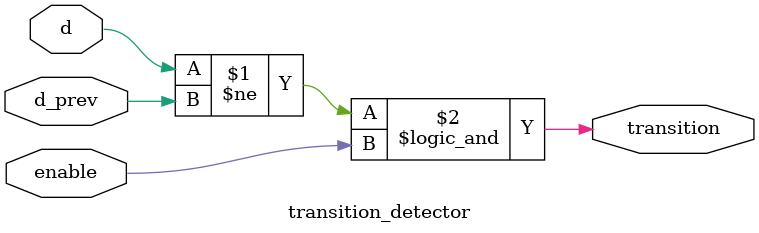
<source format=sv>
module transition_detect_latch (
    input wire d,
    input wire enable,
    output reg q,
    output wire transition
);

    // Internal signals
    wire d_prev_reg;
    wire transition_detected;

    // Latch module instance
    data_latch u_data_latch (
        .d(d),
        .enable(enable),
        .q(q),
        .d_prev(d_prev_reg)
    );

    // Transition detection module instance  
    transition_detector u_transition_detector (
        .d(d),
        .d_prev(d_prev_reg),
        .enable(enable),
        .transition(transition)
    );

endmodule

// Data latch submodule
module data_latch (
    input wire d,
    input wire enable,
    output reg q,
    output reg d_prev
);

    always @(posedge enable) begin
        q <= d;
        d_prev <= d;
    end

endmodule

// Transition detection submodule
module transition_detector (
    input wire d,
    input wire d_prev,
    input wire enable,
    output wire transition
);

    assign transition = (d != d_prev) && enable;

endmodule
</source>
